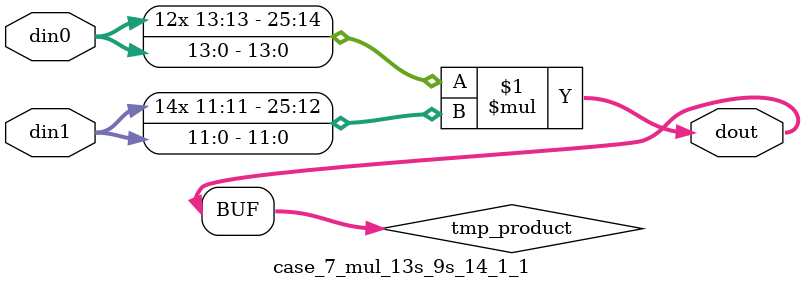
<source format=v>

`timescale 1 ns / 1 ps

 module case_7_mul_13s_9s_14_1_1(din0, din1, dout);
parameter ID = 1;
parameter NUM_STAGE = 0;
parameter din0_WIDTH = 14;
parameter din1_WIDTH = 12;
parameter dout_WIDTH = 26;

input [din0_WIDTH - 1 : 0] din0; 
input [din1_WIDTH - 1 : 0] din1; 
output [dout_WIDTH - 1 : 0] dout;

wire signed [dout_WIDTH - 1 : 0] tmp_product;



























assign tmp_product = $signed(din0) * $signed(din1);








assign dout = tmp_product;





















endmodule

</source>
